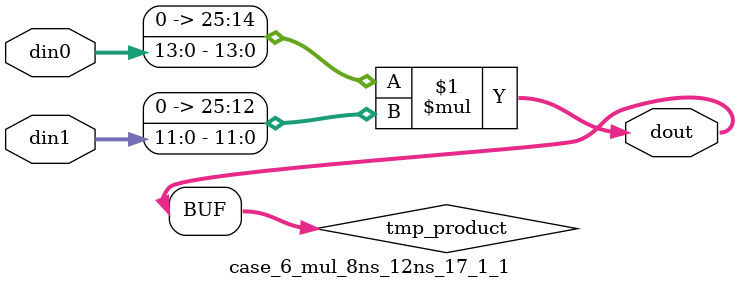
<source format=v>

`timescale 1 ns / 1 ps

 (* use_dsp = "no" *)  module case_6_mul_8ns_12ns_17_1_1(din0, din1, dout);
parameter ID = 1;
parameter NUM_STAGE = 0;
parameter din0_WIDTH = 14;
parameter din1_WIDTH = 12;
parameter dout_WIDTH = 26;

input [din0_WIDTH - 1 : 0] din0; 
input [din1_WIDTH - 1 : 0] din1; 
output [dout_WIDTH - 1 : 0] dout;

wire signed [dout_WIDTH - 1 : 0] tmp_product;
























assign tmp_product = $signed({1'b0, din0}) * $signed({1'b0, din1});











assign dout = tmp_product;





















endmodule

</source>
